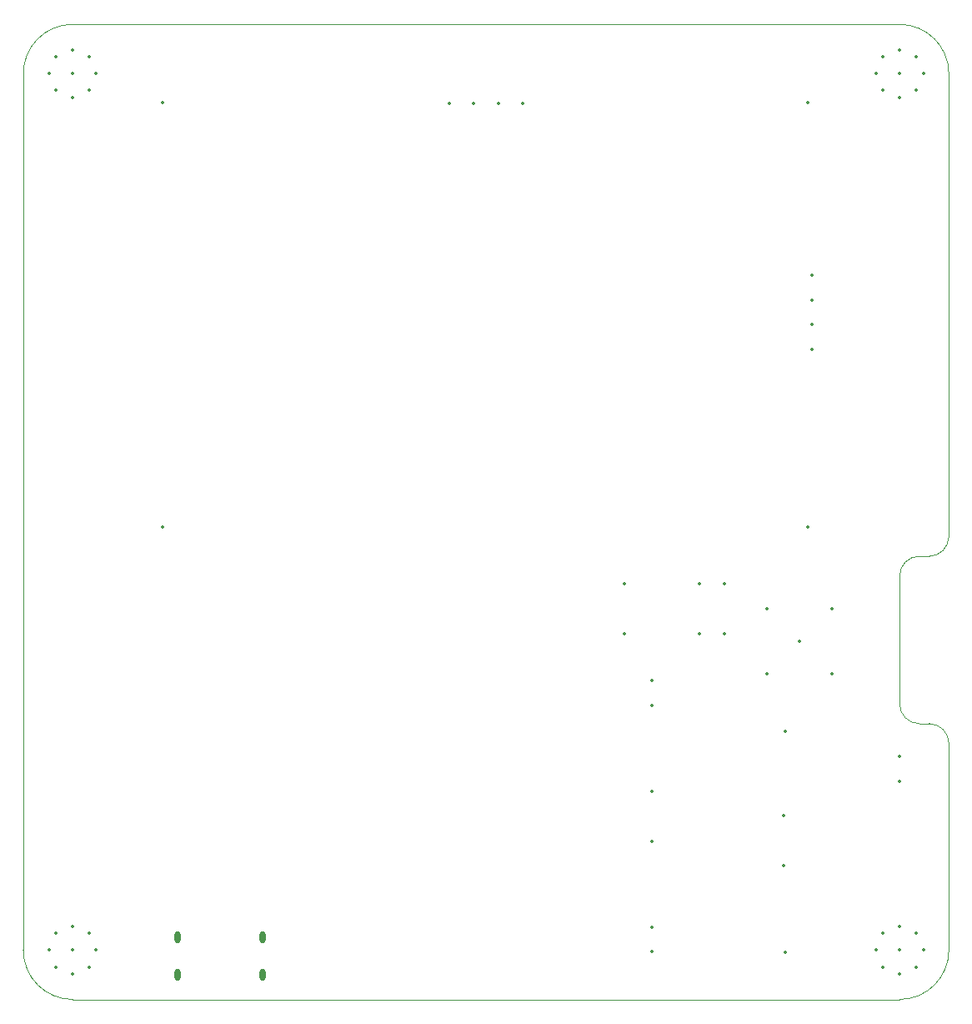
<source format=gm1>
%TF.GenerationSoftware,KiCad,Pcbnew,8.0.7*%
%TF.CreationDate,2025-01-06T20:38:13+08:00*%
%TF.ProjectId,Inductance Meter V2-0,496e6475-6374-4616-9e63-65204d657465,rev?*%
%TF.SameCoordinates,Original*%
%TF.FileFunction,Profile,NP*%
%FSLAX46Y46*%
G04 Gerber Fmt 4.6, Leading zero omitted, Abs format (unit mm)*
G04 Created by KiCad (PCBNEW 8.0.7) date 2025-01-06 20:38:13*
%MOMM*%
%LPD*%
G01*
G04 APERTURE LIST*
%TA.AperFunction,Profile*%
%ADD10C,0.038100*%
%TD*%
%ADD11C,0.350000*%
%ADD12O,0.700024X1.199998*%
G04 APERTURE END LIST*
D10*
X194050000Y-115150000D02*
G75*
G02*
X196050000Y-117150000I0J-2000000D01*
G01*
X193050000Y-115150000D02*
G75*
G02*
X191050000Y-113150000I0J2000000D01*
G01*
X191050000Y-100150000D02*
G75*
G02*
X193050000Y-98150000I2000000J0D01*
G01*
X191050000Y-113150000D02*
X191050000Y-100150000D01*
X107050000Y-143150000D02*
G75*
G02*
X102050000Y-138150000I0J5000000D01*
G01*
X191050000Y-44150000D02*
G75*
G02*
X196050000Y-49150000I0J-5000000D01*
G01*
X191050000Y-44150000D02*
X107050000Y-44150000D01*
X196050000Y-96150000D02*
X196050000Y-49150000D01*
X193050000Y-98150000D02*
X194050000Y-98150000D01*
X196050000Y-96150000D02*
G75*
G02*
X194050000Y-98150000I-2000000J0D01*
G01*
X196050000Y-138150000D02*
G75*
G02*
X191050000Y-143150000I-5000000J0D01*
G01*
X107050000Y-143150000D02*
X191050000Y-143150000D01*
X102050000Y-49150000D02*
X102050000Y-138150000D01*
X102050000Y-49150000D02*
G75*
G02*
X107050000Y-44150000I5000000J0D01*
G01*
X194050000Y-115150000D02*
X193050000Y-115150000D01*
X196050000Y-138150000D02*
X196050000Y-117150000D01*
D11*
X104650000Y-49150000D03*
X105352944Y-47452944D03*
X105352944Y-50847056D03*
X107050000Y-46750000D03*
X107050000Y-49150000D03*
X107050000Y-51550000D03*
X108747056Y-47452944D03*
X108747056Y-50847056D03*
X109450000Y-49150000D03*
X188650000Y-138150000D03*
X189352944Y-136452944D03*
X189352944Y-139847056D03*
X191050000Y-135750000D03*
X191050000Y-138150000D03*
X191050000Y-140550000D03*
X192747056Y-136452944D03*
X192747056Y-139847056D03*
X193450000Y-138150000D03*
X165850000Y-127090000D03*
X165850000Y-122010000D03*
X104650000Y-138150000D03*
X105352944Y-136452944D03*
X105352944Y-139847056D03*
X107050000Y-135750000D03*
X107050000Y-138150000D03*
X107050000Y-140550000D03*
X108747056Y-136452944D03*
X108747056Y-139847056D03*
X109450000Y-138150000D03*
X177545837Y-110048049D03*
X177545837Y-103448049D03*
X184145837Y-103448049D03*
X184145837Y-110048049D03*
X180845837Y-106748049D03*
X165850000Y-138300000D03*
X165850000Y-110800000D03*
X179257500Y-124477500D03*
X179257500Y-129557500D03*
D12*
X117680000Y-136862500D03*
X117680000Y-140672500D03*
X126320000Y-136862500D03*
X126320000Y-140672500D03*
D11*
X179450000Y-115900000D03*
X179450000Y-138400000D03*
X173230000Y-100910000D03*
X170690000Y-100910000D03*
X163070000Y-100910000D03*
X163070000Y-105990000D03*
X170690000Y-105990000D03*
X173230000Y-105990000D03*
X165850000Y-113300000D03*
X165850000Y-135800000D03*
X188650000Y-49150000D03*
X189352944Y-47452944D03*
X189352944Y-50847056D03*
X191050000Y-46750000D03*
X191050000Y-49150000D03*
X191050000Y-51550000D03*
X192747056Y-47452944D03*
X192747056Y-50847056D03*
X193450000Y-49150000D03*
X181750000Y-95150000D03*
X181750000Y-52050000D03*
X116150000Y-95150000D03*
X116150000Y-52050000D03*
X182150000Y-69650000D03*
X182150000Y-72150000D03*
X182150000Y-74650000D03*
X182150000Y-77150000D03*
X145300000Y-52150000D03*
X147800000Y-52150000D03*
X150300000Y-52150000D03*
X152800000Y-52150000D03*
X191000000Y-118460000D03*
X191000000Y-121000000D03*
M02*

</source>
